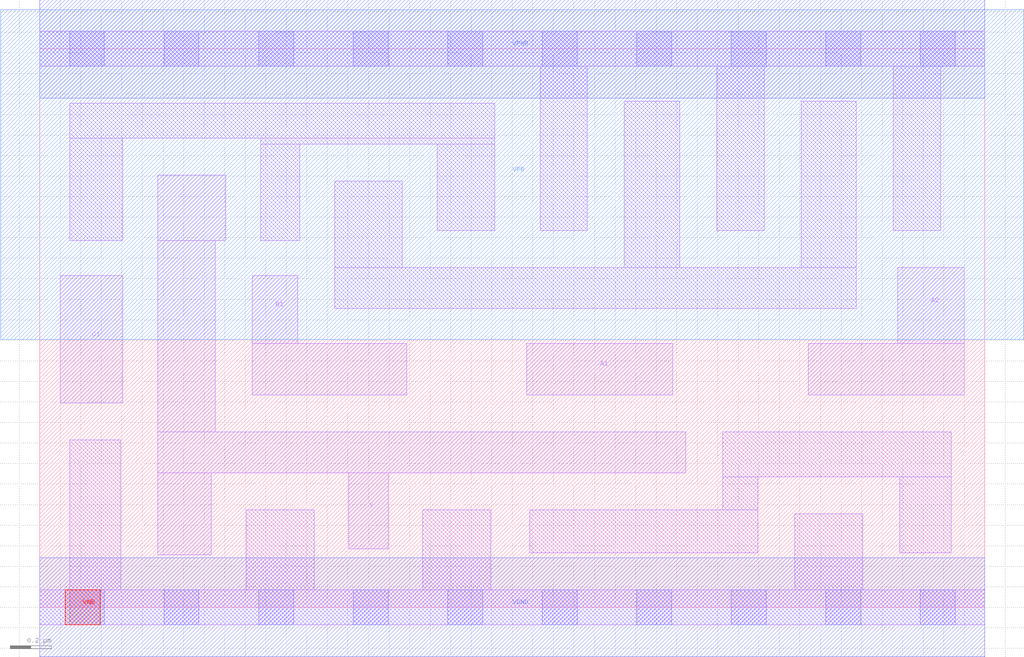
<source format=lef>
# Copyright 2020 The SkyWater PDK Authors
#
# Licensed under the Apache License, Version 2.0 (the "License");
# you may not use this file except in compliance with the License.
# You may obtain a copy of the License at
#
#     https://www.apache.org/licenses/LICENSE-2.0
#
# Unless required by applicable law or agreed to in writing, software
# distributed under the License is distributed on an "AS IS" BASIS,
# WITHOUT WARRANTIES OR CONDITIONS OF ANY KIND, either express or implied.
# See the License for the specific language governing permissions and
# limitations under the License.
#
# SPDX-License-Identifier: Apache-2.0

VERSION 5.7 ;
  NOWIREEXTENSIONATPIN ON ;
  DIVIDERCHAR "/" ;
  BUSBITCHARS "[]" ;
MACRO sky130_fd_sc_hd__a211oi_2
  CLASS CORE ;
  FOREIGN sky130_fd_sc_hd__a211oi_2 ;
  ORIGIN  0.000000  0.000000 ;
  SIZE  4.600000 BY  2.720000 ;
  SYMMETRY X Y R90 ;
  SITE unithd ;
  PIN A1
    ANTENNAGATEAREA  0.495000 ;
    DIRECTION INPUT ;
    USE SIGNAL ;
    PORT
      LAYER li1 ;
        RECT 2.370000 1.035000 3.080000 1.285000 ;
    END
  END A1
  PIN A2
    ANTENNAGATEAREA  0.495000 ;
    DIRECTION INPUT ;
    USE SIGNAL ;
    PORT
      LAYER li1 ;
        RECT 3.740000 1.035000 4.500000 1.285000 ;
        RECT 4.175000 1.285000 4.500000 1.655000 ;
    END
  END A2
  PIN B1
    ANTENNAGATEAREA  0.495000 ;
    DIRECTION INPUT ;
    USE SIGNAL ;
    PORT
      LAYER li1 ;
        RECT 1.035000 1.035000 1.785000 1.285000 ;
        RECT 1.035000 1.285000 1.255000 1.615000 ;
    END
  END B1
  PIN C1
    ANTENNAGATEAREA  0.495000 ;
    DIRECTION INPUT ;
    USE SIGNAL ;
    PORT
      LAYER li1 ;
        RECT 0.100000 0.995000 0.405000 1.615000 ;
    END
  END C1
  PIN Y
    ANTENNADIFFAREA  0.826000 ;
    DIRECTION OUTPUT ;
    USE SIGNAL ;
    PORT
      LAYER li1 ;
        RECT 0.575000 0.255000 0.835000 0.655000 ;
        RECT 0.575000 0.655000 3.145000 0.855000 ;
        RECT 0.575000 0.855000 0.855000 1.785000 ;
        RECT 0.575000 1.785000 0.905000 2.105000 ;
        RECT 1.505000 0.285000 1.695000 0.655000 ;
    END
  END Y
  PIN VGND
    DIRECTION INOUT ;
    SHAPE ABUTMENT ;
    USE GROUND ;
    PORT
      LAYER met1 ;
        RECT 0.000000 -0.240000 4.600000 0.240000 ;
    END
  END VGND
  PIN VNB
    DIRECTION INOUT ;
    USE GROUND ;
    PORT
      LAYER pwell ;
        RECT 0.125000 -0.085000 0.295000 0.085000 ;
    END
  END VNB
  PIN VPB
    DIRECTION INOUT ;
    USE POWER ;
    PORT
      LAYER nwell ;
        RECT -0.190000 1.305000 4.790000 2.910000 ;
    END
  END VPB
  PIN VPWR
    DIRECTION INOUT ;
    SHAPE ABUTMENT ;
    USE POWER ;
    PORT
      LAYER met1 ;
        RECT 0.000000 2.480000 4.600000 2.960000 ;
    END
  END VPWR
  OBS
    LAYER li1 ;
      RECT 0.000000 -0.085000 4.600000 0.085000 ;
      RECT 0.000000  2.635000 4.600000 2.805000 ;
      RECT 0.145000  0.085000 0.395000 0.815000 ;
      RECT 0.145000  1.785000 0.405000 2.285000 ;
      RECT 0.145000  2.285000 2.215000 2.455000 ;
      RECT 1.005000  0.085000 1.335000 0.475000 ;
      RECT 1.075000  1.785000 1.265000 2.255000 ;
      RECT 1.075000  2.255000 2.215000 2.285000 ;
      RECT 1.435000  1.455000 3.975000 1.655000 ;
      RECT 1.435000  1.655000 1.765000 2.075000 ;
      RECT 1.865000  0.085000 2.195000 0.475000 ;
      RECT 1.935000  1.835000 2.215000 2.255000 ;
      RECT 2.385000  0.265000 3.495000 0.475000 ;
      RECT 2.435000  1.835000 2.665000 2.635000 ;
      RECT 2.845000  1.655000 3.115000 2.465000 ;
      RECT 3.295000  1.835000 3.525000 2.635000 ;
      RECT 3.325000  0.475000 3.495000 0.635000 ;
      RECT 3.325000  0.635000 4.435000 0.855000 ;
      RECT 3.675000  0.085000 4.005000 0.455000 ;
      RECT 3.705000  1.655000 3.975000 2.465000 ;
      RECT 4.155000  1.835000 4.385000 2.635000 ;
      RECT 4.185000  0.265000 4.435000 0.635000 ;
    LAYER mcon ;
      RECT 0.145000 -0.085000 0.315000 0.085000 ;
      RECT 0.145000  2.635000 0.315000 2.805000 ;
      RECT 0.605000 -0.085000 0.775000 0.085000 ;
      RECT 0.605000  2.635000 0.775000 2.805000 ;
      RECT 1.065000 -0.085000 1.235000 0.085000 ;
      RECT 1.065000  2.635000 1.235000 2.805000 ;
      RECT 1.525000 -0.085000 1.695000 0.085000 ;
      RECT 1.525000  2.635000 1.695000 2.805000 ;
      RECT 1.985000 -0.085000 2.155000 0.085000 ;
      RECT 1.985000  2.635000 2.155000 2.805000 ;
      RECT 2.445000 -0.085000 2.615000 0.085000 ;
      RECT 2.445000  2.635000 2.615000 2.805000 ;
      RECT 2.905000 -0.085000 3.075000 0.085000 ;
      RECT 2.905000  2.635000 3.075000 2.805000 ;
      RECT 3.365000 -0.085000 3.535000 0.085000 ;
      RECT 3.365000  2.635000 3.535000 2.805000 ;
      RECT 3.825000 -0.085000 3.995000 0.085000 ;
      RECT 3.825000  2.635000 3.995000 2.805000 ;
      RECT 4.285000 -0.085000 4.455000 0.085000 ;
      RECT 4.285000  2.635000 4.455000 2.805000 ;
  END
END sky130_fd_sc_hd__a211oi_2
END LIBRARY

</source>
